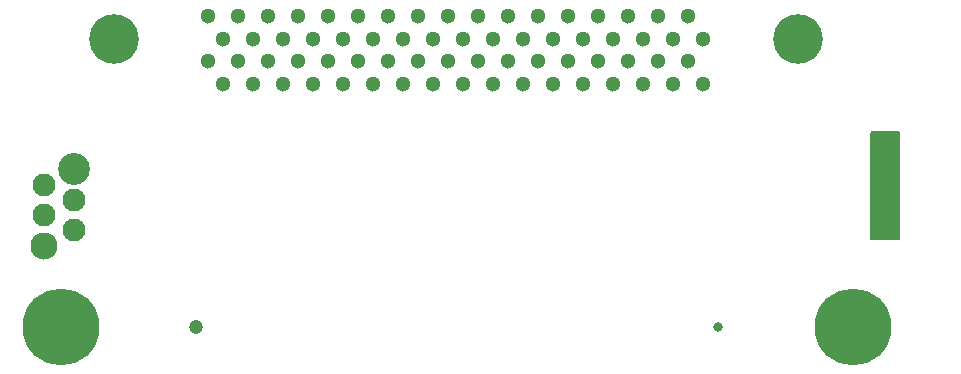
<source format=gbs>
G04 #@! TF.GenerationSoftware,KiCad,Pcbnew,8.0.6*
G04 #@! TF.CreationDate,2024-11-07T02:26:58-08:00*
G04 #@! TF.ProjectId,hvd-68-hd,6876642d-3638-42d6-9864-2e6b69636164,1*
G04 #@! TF.SameCoordinates,Original*
G04 #@! TF.FileFunction,Soldermask,Bot*
G04 #@! TF.FilePolarity,Negative*
%FSLAX46Y46*%
G04 Gerber Fmt 4.6, Leading zero omitted, Abs format (unit mm)*
G04 Created by KiCad (PCBNEW 8.0.6) date 2024-11-07 02:26:58*
%MOMM*%
%LPD*%
G01*
G04 APERTURE LIST*
%ADD10C,0.800000*%
%ADD11C,1.200000*%
%ADD12C,1.300000*%
%ADD13C,4.200000*%
%ADD14C,6.500000*%
%ADD15C,2.300000*%
%ADD16C,2.700000*%
%ADD17C,1.950000*%
G04 APERTURE END LIST*
D10*
G04 #@! TO.C,J1*
X-15400000Y4000000D03*
D11*
X-59600000Y4000000D03*
G04 #@! TD*
D12*
G04 #@! TO.C,J4*
X-58550000Y26484001D03*
X-57280000Y24579001D03*
X-56010000Y26484001D03*
X-54740000Y24579000D03*
X-53470000Y26484001D03*
X-52199999Y24579001D03*
X-50930000Y26484000D03*
X-49659999Y24579000D03*
X-48390000Y26484001D03*
X-47119999Y24579000D03*
X-45850000Y26484001D03*
X-44579998Y24579000D03*
X-43310000Y26484001D03*
X-42039999Y24579001D03*
X-40770000Y26484000D03*
X-39499999Y24579000D03*
X-38230000Y26484000D03*
X-36959999Y24579000D03*
X-35690000Y26484001D03*
X-34420000Y24579001D03*
X-33150000Y26484001D03*
X-31880000Y24579000D03*
X-30610000Y26484001D03*
X-29339998Y24579000D03*
X-28070000Y26484000D03*
X-26799999Y24579000D03*
X-25530000Y26484001D03*
X-24259999Y24579000D03*
X-22990000Y26484001D03*
X-21719998Y24579000D03*
X-20450000Y26484001D03*
X-19179999Y24579001D03*
X-17910000Y26484000D03*
X-16639999Y24579000D03*
X-58550000Y30294000D03*
X-57280000Y28388999D03*
X-56010000Y30294000D03*
X-54740000Y28389000D03*
X-53470000Y30294000D03*
X-52200000Y28389000D03*
X-50930000Y30294000D03*
X-49660000Y28389000D03*
X-48390000Y30294000D03*
X-47120000Y28389000D03*
X-45850000Y30294000D03*
X-44580000Y28388999D03*
X-43310000Y30294000D03*
X-42040000Y28389000D03*
X-40770000Y30294000D03*
X-39500000Y28389000D03*
X-38230000Y30294000D03*
X-36960000Y28389000D03*
X-35690000Y30294000D03*
X-34420000Y28388999D03*
X-33150000Y30294000D03*
X-31880000Y28389000D03*
X-30610000Y30294000D03*
X-29340000Y28389000D03*
X-28070000Y30294000D03*
X-26800000Y28389000D03*
X-25530000Y30294000D03*
X-24260000Y28389000D03*
X-22990000Y30294000D03*
X-21720000Y28388999D03*
X-20450000Y30294000D03*
X-19180000Y28389000D03*
X-17910000Y30294000D03*
X-16640000Y28389000D03*
D13*
X-8639001Y28389000D03*
X-66550000Y28388999D03*
G04 #@! TD*
D14*
G04 #@! TO.C,H4*
X-4000000Y4000000D03*
G04 #@! TD*
D15*
G04 #@! TO.C,J3*
X-72440000Y10870000D03*
D16*
X-69900000Y17340000D03*
D17*
X-72440000Y16010000D03*
X-69900000Y14740000D03*
X-72440000Y13470000D03*
X-69900000Y12200000D03*
G04 #@! TD*
D14*
G04 #@! TO.C,H3*
X-71000000Y4000000D03*
G04 #@! TD*
G36*
X-56961Y20530315D02*
G01*
X-11206Y20477511D01*
X0Y20426000D01*
X0Y11474000D01*
X-19685Y11406961D01*
X-72489Y11361206D01*
X-124000Y11350000D01*
X-2376000Y11350000D01*
X-2443039Y11369685D01*
X-2488794Y11422489D01*
X-2500000Y11474000D01*
X-2500000Y20426000D01*
X-2480315Y20493039D01*
X-2427511Y20538794D01*
X-2376000Y20550000D01*
X-124000Y20550000D01*
X-56961Y20530315D01*
G37*
M02*

</source>
